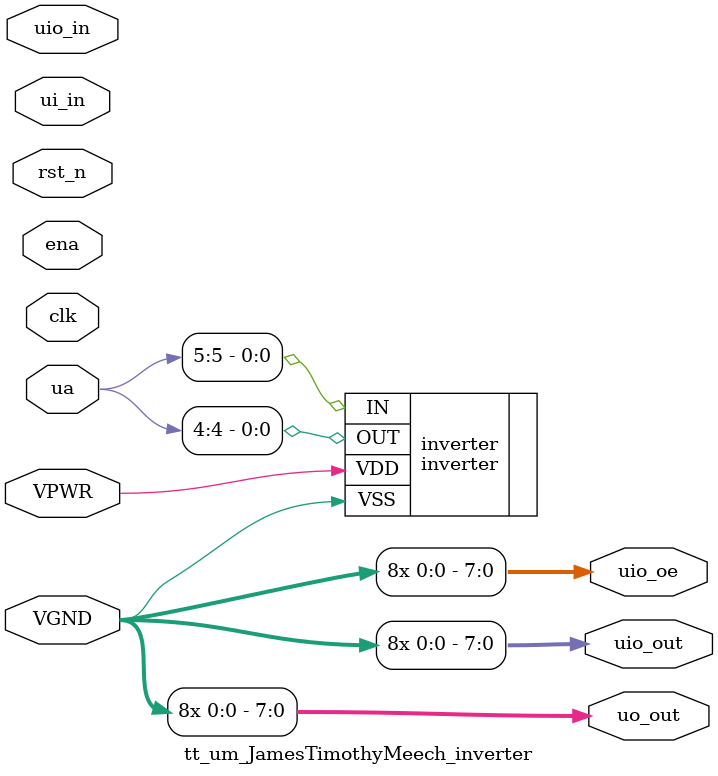
<source format=v>
`default_nettype none


module tt_um_JamesTimothyMeech_inverter (
    input  wire       VGND,
    input  wire       VPWR,
    input  wire [7:0] ui_in,    // Dedicated inputs
    output wire [7:0] uo_out,   // Dedicated outputs
    input  wire [7:0] uio_in,   // IOs: Input path
    output wire [7:0] uio_out,  // IOs: Output path
    output wire [7:0] uio_oe,   // IOs: Enable path (active high: 0=input, 1=output)
    inout  wire [7:0] ua, // analog pins
    input  wire       ena,      // will go high when the design is enabled
    input  wire       clk,      // clock
    input  wire       rst_n     // reset_n - low to reset
);

inverter inverter (
    .VDD(VPWR),
    .VSS(VGND),
    .OUT(ua[4]),
    .IN(ua[5])
    );

assign uo_out[0] = VGND;
assign uo_out[1] = VGND;
assign uo_out[2] = VGND;
assign uo_out[3] = VGND;
assign uo_out[4] = VGND;
assign uo_out[5] = VGND;
assign uo_out[6] = VGND;
assign uo_out[7] = VGND;

assign uio_out[0] = VGND;
assign uio_out[1] = VGND;
assign uio_out[2] = VGND;
assign uio_out[3] = VGND;
assign uio_out[4] = VGND;
assign uio_out[5] = VGND;
assign uio_out[6] = VGND;
assign uio_out[7] = VGND;

assign uio_oe[0] = VGND;
assign uio_oe[1] = VGND;
assign uio_oe[2] = VGND;
assign uio_oe[3] = VGND;
assign uio_oe[4] = VGND;
assign uio_oe[5] = VGND;
assign uio_oe[6] = VGND;
assign uio_oe[7] = VGND;

endmodule
</source>
